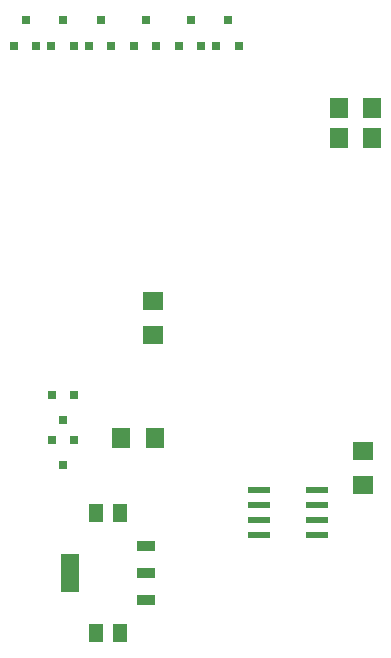
<source format=gtp>
G75*
%MOIN*%
%OFA0B0*%
%FSLAX25Y25*%
%IPPOS*%
%LPD*%
%AMOC8*
5,1,8,0,0,1.08239X$1,22.5*
%
%ADD10R,0.05118X0.06299*%
%ADD11R,0.03000X0.03000*%
%ADD12R,0.06299X0.07098*%
%ADD13R,0.07098X0.06299*%
%ADD14R,0.07800X0.02200*%
%ADD15R,0.06400X0.03500*%
%ADD16R,0.06400X0.12500*%
D10*
X0083003Y0078933D03*
X0090877Y0078933D03*
X0090877Y0118933D03*
X0083003Y0118933D03*
D11*
X0071840Y0134733D03*
X0068240Y0143269D03*
X0071840Y0149733D03*
X0075795Y0143269D03*
X0075795Y0158269D03*
X0068240Y0158269D03*
X0068085Y0274597D03*
X0063140Y0274597D03*
X0059540Y0283133D03*
X0055585Y0274597D03*
X0072040Y0283133D03*
X0075640Y0274597D03*
X0080585Y0274597D03*
X0084540Y0283133D03*
X0088140Y0274597D03*
X0095585Y0274597D03*
X0099540Y0283133D03*
X0103140Y0274597D03*
X0110585Y0274597D03*
X0114540Y0283133D03*
X0118140Y0274597D03*
X0123085Y0274597D03*
X0127040Y0283133D03*
X0130640Y0274597D03*
D12*
X0163841Y0253933D03*
X0163841Y0243933D03*
X0175038Y0243933D03*
X0175038Y0253933D03*
X0102538Y0143933D03*
X0091341Y0143933D03*
D13*
X0101940Y0178335D03*
X0101940Y0189531D03*
X0171940Y0139531D03*
X0171940Y0128335D03*
D14*
X0156640Y0126433D03*
X0156640Y0121433D03*
X0156640Y0116433D03*
X0156640Y0111433D03*
X0137240Y0111433D03*
X0137240Y0116433D03*
X0137240Y0121433D03*
X0137240Y0126433D03*
D15*
X0099540Y0108033D03*
X0099540Y0098933D03*
X0099540Y0089833D03*
D16*
X0074340Y0098933D03*
M02*

</source>
